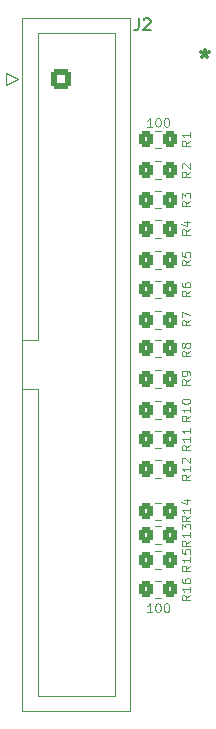
<source format=gbr>
%TF.GenerationSoftware,KiCad,Pcbnew,7.0.7*%
%TF.CreationDate,2023-11-08T00:56:30-05:00*%
%TF.ProjectId,Expansion_Buffer,45787061-6e73-4696-9f6e-5f4275666665,v1*%
%TF.SameCoordinates,Original*%
%TF.FileFunction,Legend,Top*%
%TF.FilePolarity,Positive*%
%FSLAX46Y46*%
G04 Gerber Fmt 4.6, Leading zero omitted, Abs format (unit mm)*
G04 Created by KiCad (PCBNEW 7.0.7) date 2023-11-08 00:56:30*
%MOMM*%
%LPD*%
G01*
G04 APERTURE LIST*
G04 Aperture macros list*
%AMRoundRect*
0 Rectangle with rounded corners*
0 $1 Rounding radius*
0 $2 $3 $4 $5 $6 $7 $8 $9 X,Y pos of 4 corners*
0 Add a 4 corners polygon primitive as box body*
4,1,4,$2,$3,$4,$5,$6,$7,$8,$9,$2,$3,0*
0 Add four circle primitives for the rounded corners*
1,1,$1+$1,$2,$3*
1,1,$1+$1,$4,$5*
1,1,$1+$1,$6,$7*
1,1,$1+$1,$8,$9*
0 Add four rect primitives between the rounded corners*
20,1,$1+$1,$2,$3,$4,$5,0*
20,1,$1+$1,$4,$5,$6,$7,0*
20,1,$1+$1,$6,$7,$8,$9,0*
20,1,$1+$1,$8,$9,$2,$3,0*%
G04 Aperture macros list end*
%ADD10C,0.300000*%
%ADD11C,0.150000*%
%ADD12C,0.100000*%
%ADD13C,0.120000*%
%ADD14RoundRect,0.250000X-0.600000X-0.600000X0.600000X-0.600000X0.600000X0.600000X-0.600000X0.600000X0*%
%ADD15C,1.700000*%
%ADD16RoundRect,0.250000X0.350000X0.450000X-0.350000X0.450000X-0.350000X-0.450000X0.350000X-0.450000X0*%
%ADD17RoundRect,0.250000X-0.350000X-0.450000X0.350000X-0.450000X0.350000X0.450000X-0.350000X0.450000X0*%
%ADD18R,1.700000X1.700000*%
%ADD19O,1.700000X1.700000*%
G04 APERTURE END LIST*
D10*
X108968796Y-70100828D02*
X108968796Y-70457971D01*
X108611653Y-70315114D02*
X108968796Y-70457971D01*
X108968796Y-70457971D02*
X109325939Y-70315114D01*
X108754510Y-70743685D02*
X108968796Y-70457971D01*
X108968796Y-70457971D02*
X109183082Y-70743685D01*
D11*
X103366666Y-67454819D02*
X103366666Y-68169104D01*
X103366666Y-68169104D02*
X103319047Y-68311961D01*
X103319047Y-68311961D02*
X103223809Y-68407200D01*
X103223809Y-68407200D02*
X103080952Y-68454819D01*
X103080952Y-68454819D02*
X102985714Y-68454819D01*
X103795238Y-67550057D02*
X103842857Y-67502438D01*
X103842857Y-67502438D02*
X103938095Y-67454819D01*
X103938095Y-67454819D02*
X104176190Y-67454819D01*
X104176190Y-67454819D02*
X104271428Y-67502438D01*
X104271428Y-67502438D02*
X104319047Y-67550057D01*
X104319047Y-67550057D02*
X104366666Y-67645295D01*
X104366666Y-67645295D02*
X104366666Y-67740533D01*
X104366666Y-67740533D02*
X104319047Y-67883390D01*
X104319047Y-67883390D02*
X103747619Y-68454819D01*
X103747619Y-68454819D02*
X104366666Y-68454819D01*
D12*
X107741764Y-103582143D02*
X107384621Y-103832143D01*
X107741764Y-104010714D02*
X106991764Y-104010714D01*
X106991764Y-104010714D02*
X106991764Y-103725000D01*
X106991764Y-103725000D02*
X107027478Y-103653571D01*
X107027478Y-103653571D02*
X107063192Y-103617857D01*
X107063192Y-103617857D02*
X107134621Y-103582143D01*
X107134621Y-103582143D02*
X107241764Y-103582143D01*
X107241764Y-103582143D02*
X107313192Y-103617857D01*
X107313192Y-103617857D02*
X107348907Y-103653571D01*
X107348907Y-103653571D02*
X107384621Y-103725000D01*
X107384621Y-103725000D02*
X107384621Y-104010714D01*
X107741764Y-102867857D02*
X107741764Y-103296428D01*
X107741764Y-103082143D02*
X106991764Y-103082143D01*
X106991764Y-103082143D02*
X107098907Y-103153571D01*
X107098907Y-103153571D02*
X107170335Y-103225000D01*
X107170335Y-103225000D02*
X107206050Y-103296428D01*
X107741764Y-102153571D02*
X107741764Y-102582142D01*
X107741764Y-102367857D02*
X106991764Y-102367857D01*
X106991764Y-102367857D02*
X107098907Y-102439285D01*
X107098907Y-102439285D02*
X107170335Y-102510714D01*
X107170335Y-102510714D02*
X107206050Y-102582142D01*
X107741764Y-113782143D02*
X107384621Y-114032143D01*
X107741764Y-114210714D02*
X106991764Y-114210714D01*
X106991764Y-114210714D02*
X106991764Y-113925000D01*
X106991764Y-113925000D02*
X107027478Y-113853571D01*
X107027478Y-113853571D02*
X107063192Y-113817857D01*
X107063192Y-113817857D02*
X107134621Y-113782143D01*
X107134621Y-113782143D02*
X107241764Y-113782143D01*
X107241764Y-113782143D02*
X107313192Y-113817857D01*
X107313192Y-113817857D02*
X107348907Y-113853571D01*
X107348907Y-113853571D02*
X107384621Y-113925000D01*
X107384621Y-113925000D02*
X107384621Y-114210714D01*
X107741764Y-113067857D02*
X107741764Y-113496428D01*
X107741764Y-113282143D02*
X106991764Y-113282143D01*
X106991764Y-113282143D02*
X107098907Y-113353571D01*
X107098907Y-113353571D02*
X107170335Y-113425000D01*
X107170335Y-113425000D02*
X107206050Y-113496428D01*
X106991764Y-112389285D02*
X106991764Y-112746428D01*
X106991764Y-112746428D02*
X107348907Y-112782142D01*
X107348907Y-112782142D02*
X107313192Y-112746428D01*
X107313192Y-112746428D02*
X107277478Y-112675000D01*
X107277478Y-112675000D02*
X107277478Y-112496428D01*
X107277478Y-112496428D02*
X107313192Y-112425000D01*
X107313192Y-112425000D02*
X107348907Y-112389285D01*
X107348907Y-112389285D02*
X107420335Y-112353571D01*
X107420335Y-112353571D02*
X107598907Y-112353571D01*
X107598907Y-112353571D02*
X107670335Y-112389285D01*
X107670335Y-112389285D02*
X107706050Y-112425000D01*
X107706050Y-112425000D02*
X107741764Y-112496428D01*
X107741764Y-112496428D02*
X107741764Y-112675000D01*
X107741764Y-112675000D02*
X107706050Y-112746428D01*
X107706050Y-112746428D02*
X107670335Y-112782142D01*
X107741764Y-98025000D02*
X107384621Y-98275000D01*
X107741764Y-98453571D02*
X106991764Y-98453571D01*
X106991764Y-98453571D02*
X106991764Y-98167857D01*
X106991764Y-98167857D02*
X107027478Y-98096428D01*
X107027478Y-98096428D02*
X107063192Y-98060714D01*
X107063192Y-98060714D02*
X107134621Y-98025000D01*
X107134621Y-98025000D02*
X107241764Y-98025000D01*
X107241764Y-98025000D02*
X107313192Y-98060714D01*
X107313192Y-98060714D02*
X107348907Y-98096428D01*
X107348907Y-98096428D02*
X107384621Y-98167857D01*
X107384621Y-98167857D02*
X107384621Y-98453571D01*
X107741764Y-97667857D02*
X107741764Y-97525000D01*
X107741764Y-97525000D02*
X107706050Y-97453571D01*
X107706050Y-97453571D02*
X107670335Y-97417857D01*
X107670335Y-97417857D02*
X107563192Y-97346428D01*
X107563192Y-97346428D02*
X107420335Y-97310714D01*
X107420335Y-97310714D02*
X107134621Y-97310714D01*
X107134621Y-97310714D02*
X107063192Y-97346428D01*
X107063192Y-97346428D02*
X107027478Y-97382143D01*
X107027478Y-97382143D02*
X106991764Y-97453571D01*
X106991764Y-97453571D02*
X106991764Y-97596428D01*
X106991764Y-97596428D02*
X107027478Y-97667857D01*
X107027478Y-97667857D02*
X107063192Y-97703571D01*
X107063192Y-97703571D02*
X107134621Y-97739285D01*
X107134621Y-97739285D02*
X107313192Y-97739285D01*
X107313192Y-97739285D02*
X107384621Y-97703571D01*
X107384621Y-97703571D02*
X107420335Y-97667857D01*
X107420335Y-97667857D02*
X107456050Y-97596428D01*
X107456050Y-97596428D02*
X107456050Y-97453571D01*
X107456050Y-97453571D02*
X107420335Y-97382143D01*
X107420335Y-97382143D02*
X107384621Y-97346428D01*
X107384621Y-97346428D02*
X107313192Y-97310714D01*
X107741764Y-101082143D02*
X107384621Y-101332143D01*
X107741764Y-101510714D02*
X106991764Y-101510714D01*
X106991764Y-101510714D02*
X106991764Y-101225000D01*
X106991764Y-101225000D02*
X107027478Y-101153571D01*
X107027478Y-101153571D02*
X107063192Y-101117857D01*
X107063192Y-101117857D02*
X107134621Y-101082143D01*
X107134621Y-101082143D02*
X107241764Y-101082143D01*
X107241764Y-101082143D02*
X107313192Y-101117857D01*
X107313192Y-101117857D02*
X107348907Y-101153571D01*
X107348907Y-101153571D02*
X107384621Y-101225000D01*
X107384621Y-101225000D02*
X107384621Y-101510714D01*
X107741764Y-100367857D02*
X107741764Y-100796428D01*
X107741764Y-100582143D02*
X106991764Y-100582143D01*
X106991764Y-100582143D02*
X107098907Y-100653571D01*
X107098907Y-100653571D02*
X107170335Y-100725000D01*
X107170335Y-100725000D02*
X107206050Y-100796428D01*
X106991764Y-99903571D02*
X106991764Y-99832142D01*
X106991764Y-99832142D02*
X107027478Y-99760714D01*
X107027478Y-99760714D02*
X107063192Y-99725000D01*
X107063192Y-99725000D02*
X107134621Y-99689285D01*
X107134621Y-99689285D02*
X107277478Y-99653571D01*
X107277478Y-99653571D02*
X107456050Y-99653571D01*
X107456050Y-99653571D02*
X107598907Y-99689285D01*
X107598907Y-99689285D02*
X107670335Y-99725000D01*
X107670335Y-99725000D02*
X107706050Y-99760714D01*
X107706050Y-99760714D02*
X107741764Y-99832142D01*
X107741764Y-99832142D02*
X107741764Y-99903571D01*
X107741764Y-99903571D02*
X107706050Y-99975000D01*
X107706050Y-99975000D02*
X107670335Y-100010714D01*
X107670335Y-100010714D02*
X107598907Y-100046428D01*
X107598907Y-100046428D02*
X107456050Y-100082142D01*
X107456050Y-100082142D02*
X107277478Y-100082142D01*
X107277478Y-100082142D02*
X107134621Y-100046428D01*
X107134621Y-100046428D02*
X107063192Y-100010714D01*
X107063192Y-100010714D02*
X107027478Y-99975000D01*
X107027478Y-99975000D02*
X106991764Y-99903571D01*
X107741764Y-82925000D02*
X107384621Y-83175000D01*
X107741764Y-83353571D02*
X106991764Y-83353571D01*
X106991764Y-83353571D02*
X106991764Y-83067857D01*
X106991764Y-83067857D02*
X107027478Y-82996428D01*
X107027478Y-82996428D02*
X107063192Y-82960714D01*
X107063192Y-82960714D02*
X107134621Y-82925000D01*
X107134621Y-82925000D02*
X107241764Y-82925000D01*
X107241764Y-82925000D02*
X107313192Y-82960714D01*
X107313192Y-82960714D02*
X107348907Y-82996428D01*
X107348907Y-82996428D02*
X107384621Y-83067857D01*
X107384621Y-83067857D02*
X107384621Y-83353571D01*
X106991764Y-82675000D02*
X106991764Y-82210714D01*
X106991764Y-82210714D02*
X107277478Y-82460714D01*
X107277478Y-82460714D02*
X107277478Y-82353571D01*
X107277478Y-82353571D02*
X107313192Y-82282143D01*
X107313192Y-82282143D02*
X107348907Y-82246428D01*
X107348907Y-82246428D02*
X107420335Y-82210714D01*
X107420335Y-82210714D02*
X107598907Y-82210714D01*
X107598907Y-82210714D02*
X107670335Y-82246428D01*
X107670335Y-82246428D02*
X107706050Y-82282143D01*
X107706050Y-82282143D02*
X107741764Y-82353571D01*
X107741764Y-82353571D02*
X107741764Y-82567857D01*
X107741764Y-82567857D02*
X107706050Y-82639285D01*
X107706050Y-82639285D02*
X107670335Y-82675000D01*
X107741764Y-116282143D02*
X107384621Y-116532143D01*
X107741764Y-116710714D02*
X106991764Y-116710714D01*
X106991764Y-116710714D02*
X106991764Y-116425000D01*
X106991764Y-116425000D02*
X107027478Y-116353571D01*
X107027478Y-116353571D02*
X107063192Y-116317857D01*
X107063192Y-116317857D02*
X107134621Y-116282143D01*
X107134621Y-116282143D02*
X107241764Y-116282143D01*
X107241764Y-116282143D02*
X107313192Y-116317857D01*
X107313192Y-116317857D02*
X107348907Y-116353571D01*
X107348907Y-116353571D02*
X107384621Y-116425000D01*
X107384621Y-116425000D02*
X107384621Y-116710714D01*
X107741764Y-115567857D02*
X107741764Y-115996428D01*
X107741764Y-115782143D02*
X106991764Y-115782143D01*
X106991764Y-115782143D02*
X107098907Y-115853571D01*
X107098907Y-115853571D02*
X107170335Y-115925000D01*
X107170335Y-115925000D02*
X107206050Y-115996428D01*
X106991764Y-114925000D02*
X106991764Y-115067857D01*
X106991764Y-115067857D02*
X107027478Y-115139285D01*
X107027478Y-115139285D02*
X107063192Y-115175000D01*
X107063192Y-115175000D02*
X107170335Y-115246428D01*
X107170335Y-115246428D02*
X107313192Y-115282142D01*
X107313192Y-115282142D02*
X107598907Y-115282142D01*
X107598907Y-115282142D02*
X107670335Y-115246428D01*
X107670335Y-115246428D02*
X107706050Y-115210714D01*
X107706050Y-115210714D02*
X107741764Y-115139285D01*
X107741764Y-115139285D02*
X107741764Y-114996428D01*
X107741764Y-114996428D02*
X107706050Y-114925000D01*
X107706050Y-114925000D02*
X107670335Y-114889285D01*
X107670335Y-114889285D02*
X107598907Y-114853571D01*
X107598907Y-114853571D02*
X107420335Y-114853571D01*
X107420335Y-114853571D02*
X107348907Y-114889285D01*
X107348907Y-114889285D02*
X107313192Y-114925000D01*
X107313192Y-114925000D02*
X107277478Y-114996428D01*
X107277478Y-114996428D02*
X107277478Y-115139285D01*
X107277478Y-115139285D02*
X107313192Y-115210714D01*
X107313192Y-115210714D02*
X107348907Y-115246428D01*
X107348907Y-115246428D02*
X107420335Y-115282142D01*
X104499999Y-117741764D02*
X104071428Y-117741764D01*
X104285713Y-117741764D02*
X104285713Y-116991764D01*
X104285713Y-116991764D02*
X104214285Y-117098907D01*
X104214285Y-117098907D02*
X104142856Y-117170335D01*
X104142856Y-117170335D02*
X104071428Y-117206050D01*
X104964285Y-116991764D02*
X105035714Y-116991764D01*
X105035714Y-116991764D02*
X105107142Y-117027478D01*
X105107142Y-117027478D02*
X105142857Y-117063192D01*
X105142857Y-117063192D02*
X105178571Y-117134621D01*
X105178571Y-117134621D02*
X105214285Y-117277478D01*
X105214285Y-117277478D02*
X105214285Y-117456050D01*
X105214285Y-117456050D02*
X105178571Y-117598907D01*
X105178571Y-117598907D02*
X105142857Y-117670335D01*
X105142857Y-117670335D02*
X105107142Y-117706050D01*
X105107142Y-117706050D02*
X105035714Y-117741764D01*
X105035714Y-117741764D02*
X104964285Y-117741764D01*
X104964285Y-117741764D02*
X104892857Y-117706050D01*
X104892857Y-117706050D02*
X104857142Y-117670335D01*
X104857142Y-117670335D02*
X104821428Y-117598907D01*
X104821428Y-117598907D02*
X104785714Y-117456050D01*
X104785714Y-117456050D02*
X104785714Y-117277478D01*
X104785714Y-117277478D02*
X104821428Y-117134621D01*
X104821428Y-117134621D02*
X104857142Y-117063192D01*
X104857142Y-117063192D02*
X104892857Y-117027478D01*
X104892857Y-117027478D02*
X104964285Y-116991764D01*
X105678571Y-116991764D02*
X105750000Y-116991764D01*
X105750000Y-116991764D02*
X105821428Y-117027478D01*
X105821428Y-117027478D02*
X105857143Y-117063192D01*
X105857143Y-117063192D02*
X105892857Y-117134621D01*
X105892857Y-117134621D02*
X105928571Y-117277478D01*
X105928571Y-117277478D02*
X105928571Y-117456050D01*
X105928571Y-117456050D02*
X105892857Y-117598907D01*
X105892857Y-117598907D02*
X105857143Y-117670335D01*
X105857143Y-117670335D02*
X105821428Y-117706050D01*
X105821428Y-117706050D02*
X105750000Y-117741764D01*
X105750000Y-117741764D02*
X105678571Y-117741764D01*
X105678571Y-117741764D02*
X105607143Y-117706050D01*
X105607143Y-117706050D02*
X105571428Y-117670335D01*
X105571428Y-117670335D02*
X105535714Y-117598907D01*
X105535714Y-117598907D02*
X105500000Y-117456050D01*
X105500000Y-117456050D02*
X105500000Y-117277478D01*
X105500000Y-117277478D02*
X105535714Y-117134621D01*
X105535714Y-117134621D02*
X105571428Y-117063192D01*
X105571428Y-117063192D02*
X105607143Y-117027478D01*
X105607143Y-117027478D02*
X105678571Y-116991764D01*
X107741764Y-85325000D02*
X107384621Y-85575000D01*
X107741764Y-85753571D02*
X106991764Y-85753571D01*
X106991764Y-85753571D02*
X106991764Y-85467857D01*
X106991764Y-85467857D02*
X107027478Y-85396428D01*
X107027478Y-85396428D02*
X107063192Y-85360714D01*
X107063192Y-85360714D02*
X107134621Y-85325000D01*
X107134621Y-85325000D02*
X107241764Y-85325000D01*
X107241764Y-85325000D02*
X107313192Y-85360714D01*
X107313192Y-85360714D02*
X107348907Y-85396428D01*
X107348907Y-85396428D02*
X107384621Y-85467857D01*
X107384621Y-85467857D02*
X107384621Y-85753571D01*
X107241764Y-84682143D02*
X107741764Y-84682143D01*
X106956050Y-84860714D02*
X107491764Y-85039285D01*
X107491764Y-85039285D02*
X107491764Y-84575000D01*
X107741764Y-90525000D02*
X107384621Y-90775000D01*
X107741764Y-90953571D02*
X106991764Y-90953571D01*
X106991764Y-90953571D02*
X106991764Y-90667857D01*
X106991764Y-90667857D02*
X107027478Y-90596428D01*
X107027478Y-90596428D02*
X107063192Y-90560714D01*
X107063192Y-90560714D02*
X107134621Y-90525000D01*
X107134621Y-90525000D02*
X107241764Y-90525000D01*
X107241764Y-90525000D02*
X107313192Y-90560714D01*
X107313192Y-90560714D02*
X107348907Y-90596428D01*
X107348907Y-90596428D02*
X107384621Y-90667857D01*
X107384621Y-90667857D02*
X107384621Y-90953571D01*
X106991764Y-89882143D02*
X106991764Y-90025000D01*
X106991764Y-90025000D02*
X107027478Y-90096428D01*
X107027478Y-90096428D02*
X107063192Y-90132143D01*
X107063192Y-90132143D02*
X107170335Y-90203571D01*
X107170335Y-90203571D02*
X107313192Y-90239285D01*
X107313192Y-90239285D02*
X107598907Y-90239285D01*
X107598907Y-90239285D02*
X107670335Y-90203571D01*
X107670335Y-90203571D02*
X107706050Y-90167857D01*
X107706050Y-90167857D02*
X107741764Y-90096428D01*
X107741764Y-90096428D02*
X107741764Y-89953571D01*
X107741764Y-89953571D02*
X107706050Y-89882143D01*
X107706050Y-89882143D02*
X107670335Y-89846428D01*
X107670335Y-89846428D02*
X107598907Y-89810714D01*
X107598907Y-89810714D02*
X107420335Y-89810714D01*
X107420335Y-89810714D02*
X107348907Y-89846428D01*
X107348907Y-89846428D02*
X107313192Y-89882143D01*
X107313192Y-89882143D02*
X107277478Y-89953571D01*
X107277478Y-89953571D02*
X107277478Y-90096428D01*
X107277478Y-90096428D02*
X107313192Y-90167857D01*
X107313192Y-90167857D02*
X107348907Y-90203571D01*
X107348907Y-90203571D02*
X107420335Y-90239285D01*
X107741764Y-95625000D02*
X107384621Y-95875000D01*
X107741764Y-96053571D02*
X106991764Y-96053571D01*
X106991764Y-96053571D02*
X106991764Y-95767857D01*
X106991764Y-95767857D02*
X107027478Y-95696428D01*
X107027478Y-95696428D02*
X107063192Y-95660714D01*
X107063192Y-95660714D02*
X107134621Y-95625000D01*
X107134621Y-95625000D02*
X107241764Y-95625000D01*
X107241764Y-95625000D02*
X107313192Y-95660714D01*
X107313192Y-95660714D02*
X107348907Y-95696428D01*
X107348907Y-95696428D02*
X107384621Y-95767857D01*
X107384621Y-95767857D02*
X107384621Y-96053571D01*
X107313192Y-95196428D02*
X107277478Y-95267857D01*
X107277478Y-95267857D02*
X107241764Y-95303571D01*
X107241764Y-95303571D02*
X107170335Y-95339285D01*
X107170335Y-95339285D02*
X107134621Y-95339285D01*
X107134621Y-95339285D02*
X107063192Y-95303571D01*
X107063192Y-95303571D02*
X107027478Y-95267857D01*
X107027478Y-95267857D02*
X106991764Y-95196428D01*
X106991764Y-95196428D02*
X106991764Y-95053571D01*
X106991764Y-95053571D02*
X107027478Y-94982143D01*
X107027478Y-94982143D02*
X107063192Y-94946428D01*
X107063192Y-94946428D02*
X107134621Y-94910714D01*
X107134621Y-94910714D02*
X107170335Y-94910714D01*
X107170335Y-94910714D02*
X107241764Y-94946428D01*
X107241764Y-94946428D02*
X107277478Y-94982143D01*
X107277478Y-94982143D02*
X107313192Y-95053571D01*
X107313192Y-95053571D02*
X107313192Y-95196428D01*
X107313192Y-95196428D02*
X107348907Y-95267857D01*
X107348907Y-95267857D02*
X107384621Y-95303571D01*
X107384621Y-95303571D02*
X107456050Y-95339285D01*
X107456050Y-95339285D02*
X107598907Y-95339285D01*
X107598907Y-95339285D02*
X107670335Y-95303571D01*
X107670335Y-95303571D02*
X107706050Y-95267857D01*
X107706050Y-95267857D02*
X107741764Y-95196428D01*
X107741764Y-95196428D02*
X107741764Y-95053571D01*
X107741764Y-95053571D02*
X107706050Y-94982143D01*
X107706050Y-94982143D02*
X107670335Y-94946428D01*
X107670335Y-94946428D02*
X107598907Y-94910714D01*
X107598907Y-94910714D02*
X107456050Y-94910714D01*
X107456050Y-94910714D02*
X107384621Y-94946428D01*
X107384621Y-94946428D02*
X107348907Y-94982143D01*
X107348907Y-94982143D02*
X107313192Y-95053571D01*
X107741764Y-93025000D02*
X107384621Y-93275000D01*
X107741764Y-93453571D02*
X106991764Y-93453571D01*
X106991764Y-93453571D02*
X106991764Y-93167857D01*
X106991764Y-93167857D02*
X107027478Y-93096428D01*
X107027478Y-93096428D02*
X107063192Y-93060714D01*
X107063192Y-93060714D02*
X107134621Y-93025000D01*
X107134621Y-93025000D02*
X107241764Y-93025000D01*
X107241764Y-93025000D02*
X107313192Y-93060714D01*
X107313192Y-93060714D02*
X107348907Y-93096428D01*
X107348907Y-93096428D02*
X107384621Y-93167857D01*
X107384621Y-93167857D02*
X107384621Y-93453571D01*
X106991764Y-92775000D02*
X106991764Y-92275000D01*
X106991764Y-92275000D02*
X107741764Y-92596428D01*
X107741764Y-80425000D02*
X107384621Y-80675000D01*
X107741764Y-80853571D02*
X106991764Y-80853571D01*
X106991764Y-80853571D02*
X106991764Y-80567857D01*
X106991764Y-80567857D02*
X107027478Y-80496428D01*
X107027478Y-80496428D02*
X107063192Y-80460714D01*
X107063192Y-80460714D02*
X107134621Y-80425000D01*
X107134621Y-80425000D02*
X107241764Y-80425000D01*
X107241764Y-80425000D02*
X107313192Y-80460714D01*
X107313192Y-80460714D02*
X107348907Y-80496428D01*
X107348907Y-80496428D02*
X107384621Y-80567857D01*
X107384621Y-80567857D02*
X107384621Y-80853571D01*
X107063192Y-80139285D02*
X107027478Y-80103571D01*
X107027478Y-80103571D02*
X106991764Y-80032143D01*
X106991764Y-80032143D02*
X106991764Y-79853571D01*
X106991764Y-79853571D02*
X107027478Y-79782143D01*
X107027478Y-79782143D02*
X107063192Y-79746428D01*
X107063192Y-79746428D02*
X107134621Y-79710714D01*
X107134621Y-79710714D02*
X107206050Y-79710714D01*
X107206050Y-79710714D02*
X107313192Y-79746428D01*
X107313192Y-79746428D02*
X107741764Y-80175000D01*
X107741764Y-80175000D02*
X107741764Y-79710714D01*
X107741764Y-109582143D02*
X107384621Y-109832143D01*
X107741764Y-110010714D02*
X106991764Y-110010714D01*
X106991764Y-110010714D02*
X106991764Y-109725000D01*
X106991764Y-109725000D02*
X107027478Y-109653571D01*
X107027478Y-109653571D02*
X107063192Y-109617857D01*
X107063192Y-109617857D02*
X107134621Y-109582143D01*
X107134621Y-109582143D02*
X107241764Y-109582143D01*
X107241764Y-109582143D02*
X107313192Y-109617857D01*
X107313192Y-109617857D02*
X107348907Y-109653571D01*
X107348907Y-109653571D02*
X107384621Y-109725000D01*
X107384621Y-109725000D02*
X107384621Y-110010714D01*
X107741764Y-108867857D02*
X107741764Y-109296428D01*
X107741764Y-109082143D02*
X106991764Y-109082143D01*
X106991764Y-109082143D02*
X107098907Y-109153571D01*
X107098907Y-109153571D02*
X107170335Y-109225000D01*
X107170335Y-109225000D02*
X107206050Y-109296428D01*
X107241764Y-108225000D02*
X107741764Y-108225000D01*
X106956050Y-108403571D02*
X107491764Y-108582142D01*
X107491764Y-108582142D02*
X107491764Y-108117857D01*
X107741764Y-77825000D02*
X107384621Y-78075000D01*
X107741764Y-78253571D02*
X106991764Y-78253571D01*
X106991764Y-78253571D02*
X106991764Y-77967857D01*
X106991764Y-77967857D02*
X107027478Y-77896428D01*
X107027478Y-77896428D02*
X107063192Y-77860714D01*
X107063192Y-77860714D02*
X107134621Y-77825000D01*
X107134621Y-77825000D02*
X107241764Y-77825000D01*
X107241764Y-77825000D02*
X107313192Y-77860714D01*
X107313192Y-77860714D02*
X107348907Y-77896428D01*
X107348907Y-77896428D02*
X107384621Y-77967857D01*
X107384621Y-77967857D02*
X107384621Y-78253571D01*
X107741764Y-77110714D02*
X107741764Y-77539285D01*
X107741764Y-77325000D02*
X106991764Y-77325000D01*
X106991764Y-77325000D02*
X107098907Y-77396428D01*
X107098907Y-77396428D02*
X107170335Y-77467857D01*
X107170335Y-77467857D02*
X107206050Y-77539285D01*
X104499999Y-76641764D02*
X104071428Y-76641764D01*
X104285713Y-76641764D02*
X104285713Y-75891764D01*
X104285713Y-75891764D02*
X104214285Y-75998907D01*
X104214285Y-75998907D02*
X104142856Y-76070335D01*
X104142856Y-76070335D02*
X104071428Y-76106050D01*
X104964285Y-75891764D02*
X105035714Y-75891764D01*
X105035714Y-75891764D02*
X105107142Y-75927478D01*
X105107142Y-75927478D02*
X105142857Y-75963192D01*
X105142857Y-75963192D02*
X105178571Y-76034621D01*
X105178571Y-76034621D02*
X105214285Y-76177478D01*
X105214285Y-76177478D02*
X105214285Y-76356050D01*
X105214285Y-76356050D02*
X105178571Y-76498907D01*
X105178571Y-76498907D02*
X105142857Y-76570335D01*
X105142857Y-76570335D02*
X105107142Y-76606050D01*
X105107142Y-76606050D02*
X105035714Y-76641764D01*
X105035714Y-76641764D02*
X104964285Y-76641764D01*
X104964285Y-76641764D02*
X104892857Y-76606050D01*
X104892857Y-76606050D02*
X104857142Y-76570335D01*
X104857142Y-76570335D02*
X104821428Y-76498907D01*
X104821428Y-76498907D02*
X104785714Y-76356050D01*
X104785714Y-76356050D02*
X104785714Y-76177478D01*
X104785714Y-76177478D02*
X104821428Y-76034621D01*
X104821428Y-76034621D02*
X104857142Y-75963192D01*
X104857142Y-75963192D02*
X104892857Y-75927478D01*
X104892857Y-75927478D02*
X104964285Y-75891764D01*
X105678571Y-75891764D02*
X105750000Y-75891764D01*
X105750000Y-75891764D02*
X105821428Y-75927478D01*
X105821428Y-75927478D02*
X105857143Y-75963192D01*
X105857143Y-75963192D02*
X105892857Y-76034621D01*
X105892857Y-76034621D02*
X105928571Y-76177478D01*
X105928571Y-76177478D02*
X105928571Y-76356050D01*
X105928571Y-76356050D02*
X105892857Y-76498907D01*
X105892857Y-76498907D02*
X105857143Y-76570335D01*
X105857143Y-76570335D02*
X105821428Y-76606050D01*
X105821428Y-76606050D02*
X105750000Y-76641764D01*
X105750000Y-76641764D02*
X105678571Y-76641764D01*
X105678571Y-76641764D02*
X105607143Y-76606050D01*
X105607143Y-76606050D02*
X105571428Y-76570335D01*
X105571428Y-76570335D02*
X105535714Y-76498907D01*
X105535714Y-76498907D02*
X105500000Y-76356050D01*
X105500000Y-76356050D02*
X105500000Y-76177478D01*
X105500000Y-76177478D02*
X105535714Y-76034621D01*
X105535714Y-76034621D02*
X105571428Y-75963192D01*
X105571428Y-75963192D02*
X105607143Y-75927478D01*
X105607143Y-75927478D02*
X105678571Y-75891764D01*
X107741764Y-111682143D02*
X107384621Y-111932143D01*
X107741764Y-112110714D02*
X106991764Y-112110714D01*
X106991764Y-112110714D02*
X106991764Y-111825000D01*
X106991764Y-111825000D02*
X107027478Y-111753571D01*
X107027478Y-111753571D02*
X107063192Y-111717857D01*
X107063192Y-111717857D02*
X107134621Y-111682143D01*
X107134621Y-111682143D02*
X107241764Y-111682143D01*
X107241764Y-111682143D02*
X107313192Y-111717857D01*
X107313192Y-111717857D02*
X107348907Y-111753571D01*
X107348907Y-111753571D02*
X107384621Y-111825000D01*
X107384621Y-111825000D02*
X107384621Y-112110714D01*
X107741764Y-110967857D02*
X107741764Y-111396428D01*
X107741764Y-111182143D02*
X106991764Y-111182143D01*
X106991764Y-111182143D02*
X107098907Y-111253571D01*
X107098907Y-111253571D02*
X107170335Y-111325000D01*
X107170335Y-111325000D02*
X107206050Y-111396428D01*
X106991764Y-110717857D02*
X106991764Y-110253571D01*
X106991764Y-110253571D02*
X107277478Y-110503571D01*
X107277478Y-110503571D02*
X107277478Y-110396428D01*
X107277478Y-110396428D02*
X107313192Y-110325000D01*
X107313192Y-110325000D02*
X107348907Y-110289285D01*
X107348907Y-110289285D02*
X107420335Y-110253571D01*
X107420335Y-110253571D02*
X107598907Y-110253571D01*
X107598907Y-110253571D02*
X107670335Y-110289285D01*
X107670335Y-110289285D02*
X107706050Y-110325000D01*
X107706050Y-110325000D02*
X107741764Y-110396428D01*
X107741764Y-110396428D02*
X107741764Y-110610714D01*
X107741764Y-110610714D02*
X107706050Y-110682142D01*
X107706050Y-110682142D02*
X107670335Y-110717857D01*
X107741764Y-106082143D02*
X107384621Y-106332143D01*
X107741764Y-106510714D02*
X106991764Y-106510714D01*
X106991764Y-106510714D02*
X106991764Y-106225000D01*
X106991764Y-106225000D02*
X107027478Y-106153571D01*
X107027478Y-106153571D02*
X107063192Y-106117857D01*
X107063192Y-106117857D02*
X107134621Y-106082143D01*
X107134621Y-106082143D02*
X107241764Y-106082143D01*
X107241764Y-106082143D02*
X107313192Y-106117857D01*
X107313192Y-106117857D02*
X107348907Y-106153571D01*
X107348907Y-106153571D02*
X107384621Y-106225000D01*
X107384621Y-106225000D02*
X107384621Y-106510714D01*
X107741764Y-105367857D02*
X107741764Y-105796428D01*
X107741764Y-105582143D02*
X106991764Y-105582143D01*
X106991764Y-105582143D02*
X107098907Y-105653571D01*
X107098907Y-105653571D02*
X107170335Y-105725000D01*
X107170335Y-105725000D02*
X107206050Y-105796428D01*
X107063192Y-105082142D02*
X107027478Y-105046428D01*
X107027478Y-105046428D02*
X106991764Y-104975000D01*
X106991764Y-104975000D02*
X106991764Y-104796428D01*
X106991764Y-104796428D02*
X107027478Y-104725000D01*
X107027478Y-104725000D02*
X107063192Y-104689285D01*
X107063192Y-104689285D02*
X107134621Y-104653571D01*
X107134621Y-104653571D02*
X107206050Y-104653571D01*
X107206050Y-104653571D02*
X107313192Y-104689285D01*
X107313192Y-104689285D02*
X107741764Y-105117857D01*
X107741764Y-105117857D02*
X107741764Y-104653571D01*
X107741764Y-87925000D02*
X107384621Y-88175000D01*
X107741764Y-88353571D02*
X106991764Y-88353571D01*
X106991764Y-88353571D02*
X106991764Y-88067857D01*
X106991764Y-88067857D02*
X107027478Y-87996428D01*
X107027478Y-87996428D02*
X107063192Y-87960714D01*
X107063192Y-87960714D02*
X107134621Y-87925000D01*
X107134621Y-87925000D02*
X107241764Y-87925000D01*
X107241764Y-87925000D02*
X107313192Y-87960714D01*
X107313192Y-87960714D02*
X107348907Y-87996428D01*
X107348907Y-87996428D02*
X107384621Y-88067857D01*
X107384621Y-88067857D02*
X107384621Y-88353571D01*
X106991764Y-87246428D02*
X106991764Y-87603571D01*
X106991764Y-87603571D02*
X107348907Y-87639285D01*
X107348907Y-87639285D02*
X107313192Y-87603571D01*
X107313192Y-87603571D02*
X107277478Y-87532143D01*
X107277478Y-87532143D02*
X107277478Y-87353571D01*
X107277478Y-87353571D02*
X107313192Y-87282143D01*
X107313192Y-87282143D02*
X107348907Y-87246428D01*
X107348907Y-87246428D02*
X107420335Y-87210714D01*
X107420335Y-87210714D02*
X107598907Y-87210714D01*
X107598907Y-87210714D02*
X107670335Y-87246428D01*
X107670335Y-87246428D02*
X107706050Y-87282143D01*
X107706050Y-87282143D02*
X107741764Y-87353571D01*
X107741764Y-87353571D02*
X107741764Y-87532143D01*
X107741764Y-87532143D02*
X107706050Y-87603571D01*
X107706050Y-87603571D02*
X107670335Y-87639285D01*
D13*
%TO.C,J2*%
X92120000Y-72120000D02*
X92120000Y-73120000D01*
X92120000Y-73120000D02*
X93120000Y-72620000D01*
X93120000Y-72620000D02*
X92120000Y-72120000D01*
X93510000Y-67410000D02*
X102630000Y-67410000D01*
X93510000Y-94700000D02*
X94820000Y-94700000D01*
X93510000Y-126090000D02*
X93510000Y-67410000D01*
X94820000Y-68710000D02*
X101320000Y-68710000D01*
X94820000Y-94700000D02*
X94820000Y-68710000D01*
X94820000Y-98800000D02*
X93510000Y-98800000D01*
X94820000Y-98800000D02*
X94820000Y-98800000D01*
X94820000Y-124790000D02*
X94820000Y-98800000D01*
X101320000Y-68710000D02*
X101320000Y-124790000D01*
X101320000Y-124790000D02*
X94820000Y-124790000D01*
X102630000Y-67410000D02*
X102630000Y-126090000D01*
X102630000Y-126090000D02*
X93510000Y-126090000D01*
%TO.C,R11*%
X105227064Y-103835000D02*
X104772936Y-103835000D01*
X105227064Y-102365000D02*
X104772936Y-102365000D01*
%TO.C,R15*%
X105227064Y-114035000D02*
X104772936Y-114035000D01*
X105227064Y-112565000D02*
X104772936Y-112565000D01*
%TO.C,R9*%
X105227064Y-98735000D02*
X104772936Y-98735000D01*
X105227064Y-97265000D02*
X104772936Y-97265000D01*
%TO.C,R10*%
X105227064Y-101335000D02*
X104772936Y-101335000D01*
X105227064Y-99865000D02*
X104772936Y-99865000D01*
%TO.C,R3*%
X105227064Y-83535000D02*
X104772936Y-83535000D01*
X105227064Y-82065000D02*
X104772936Y-82065000D01*
%TO.C,R16*%
X105227064Y-116535000D02*
X104772936Y-116535000D01*
X105227064Y-115065000D02*
X104772936Y-115065000D01*
%TO.C,R4*%
X105227064Y-86035000D02*
X104772936Y-86035000D01*
X105227064Y-84565000D02*
X104772936Y-84565000D01*
%TO.C,R6*%
X105227064Y-91135000D02*
X104772936Y-91135000D01*
X105227064Y-89665000D02*
X104772936Y-89665000D01*
%TO.C,R8*%
X105227064Y-96135000D02*
X104772936Y-96135000D01*
X105227064Y-94665000D02*
X104772936Y-94665000D01*
%TO.C,R7*%
X105227064Y-93735000D02*
X104772936Y-93735000D01*
X105227064Y-92265000D02*
X104772936Y-92265000D01*
%TO.C,R2*%
X105227064Y-81035000D02*
X104772936Y-81035000D01*
X105227064Y-79565000D02*
X104772936Y-79565000D01*
%TO.C,R14*%
X105227064Y-109935000D02*
X104772936Y-109935000D01*
X105227064Y-108465000D02*
X104772936Y-108465000D01*
%TO.C,R1*%
X105227064Y-78435000D02*
X104772936Y-78435000D01*
X105227064Y-76965000D02*
X104772936Y-76965000D01*
%TO.C,R13*%
X104772936Y-110465000D02*
X105227064Y-110465000D01*
X104772936Y-111935000D02*
X105227064Y-111935000D01*
%TO.C,R12*%
X105227064Y-106335000D02*
X104772936Y-106335000D01*
X105227064Y-104865000D02*
X104772936Y-104865000D01*
%TO.C,R5*%
X105227064Y-88635000D02*
X104772936Y-88635000D01*
X105227064Y-87165000D02*
X104772936Y-87165000D01*
%TD*%
%LPC*%
D14*
%TO.C,J2*%
X96800000Y-72620000D03*
D15*
X99340000Y-72620000D03*
X96800000Y-75160000D03*
X99340000Y-75160000D03*
X96800000Y-77700000D03*
X99340000Y-77700000D03*
X96800000Y-80240000D03*
X99340000Y-80240000D03*
X96800000Y-82780000D03*
X99340000Y-82780000D03*
X96800000Y-85320000D03*
X99340000Y-85320000D03*
X96800000Y-87860000D03*
X99340000Y-87860000D03*
X96800000Y-90400000D03*
X99340000Y-90400000D03*
X96800000Y-92940000D03*
X99340000Y-92940000D03*
X96800000Y-95480000D03*
X99340000Y-95480000D03*
X96800000Y-98020000D03*
X99340000Y-98020000D03*
X96800000Y-100560000D03*
X99340000Y-100560000D03*
X96800000Y-103100000D03*
X99340000Y-103100000D03*
X96800000Y-105640000D03*
X99340000Y-105640000D03*
X96800000Y-108180000D03*
X99340000Y-108180000D03*
X96800000Y-110720000D03*
X99340000Y-110720000D03*
X96800000Y-113260000D03*
X99340000Y-113260000D03*
X96800000Y-115800000D03*
X99340000Y-115800000D03*
X96800000Y-118340000D03*
X99340000Y-118340000D03*
X96800000Y-120880000D03*
X99340000Y-120880000D03*
%TD*%
D16*
%TO.C,R11*%
X106000000Y-103100000D03*
X104000000Y-103100000D03*
%TD*%
%TO.C,R15*%
X106000000Y-113300000D03*
X104000000Y-113300000D03*
%TD*%
%TO.C,R9*%
X106000000Y-98000000D03*
X104000000Y-98000000D03*
%TD*%
%TO.C,R10*%
X106000000Y-100600000D03*
X104000000Y-100600000D03*
%TD*%
%TO.C,R3*%
X106000000Y-82800000D03*
X104000000Y-82800000D03*
%TD*%
%TO.C,R16*%
X106000000Y-115800000D03*
X104000000Y-115800000D03*
%TD*%
%TO.C,R4*%
X106000000Y-85300000D03*
X104000000Y-85300000D03*
%TD*%
%TO.C,R6*%
X106000000Y-90400000D03*
X104000000Y-90400000D03*
%TD*%
%TO.C,R8*%
X106000000Y-95400000D03*
X104000000Y-95400000D03*
%TD*%
%TO.C,R7*%
X106000000Y-93000000D03*
X104000000Y-93000000D03*
%TD*%
%TO.C,R2*%
X106000000Y-80300000D03*
X104000000Y-80300000D03*
%TD*%
%TO.C,R14*%
X106000000Y-109200000D03*
X104000000Y-109200000D03*
%TD*%
%TO.C,R1*%
X106000000Y-77700000D03*
X104000000Y-77700000D03*
%TD*%
D17*
%TO.C,R13*%
X104000000Y-111200000D03*
X106000000Y-111200000D03*
%TD*%
D16*
%TO.C,R12*%
X106000000Y-105600000D03*
X104000000Y-105600000D03*
%TD*%
%TO.C,R5*%
X106000000Y-87900000D03*
X104000000Y-87900000D03*
%TD*%
D18*
%TO.C,J1*%
X108800000Y-72620000D03*
D19*
X111340000Y-72620000D03*
X108800000Y-75160000D03*
X111340000Y-75160000D03*
X108800000Y-77700000D03*
X111340000Y-77700000D03*
X108800000Y-80240000D03*
X111340000Y-80240000D03*
X108800000Y-82780000D03*
X111340000Y-82780000D03*
X108800000Y-85320000D03*
X111340000Y-85320000D03*
X108800000Y-87860000D03*
X111340000Y-87860000D03*
X108800000Y-90400000D03*
X111340000Y-90400000D03*
X108800000Y-92940000D03*
X111340000Y-92940000D03*
X108800000Y-95480000D03*
X111340000Y-95480000D03*
X108800000Y-98020000D03*
X111340000Y-98020000D03*
X108800000Y-100560000D03*
X111340000Y-100560000D03*
X108800000Y-103100000D03*
X111340000Y-103100000D03*
X108800000Y-105640000D03*
X111340000Y-105640000D03*
X108800000Y-108180000D03*
X111340000Y-108180000D03*
X108800000Y-110720000D03*
X111340000Y-110720000D03*
X108800000Y-113260000D03*
X111340000Y-113260000D03*
X108800000Y-115800000D03*
X111340000Y-115800000D03*
X108800000Y-118340000D03*
X111340000Y-118340000D03*
X108800000Y-120880000D03*
X111340000Y-120880000D03*
%TD*%
%LPD*%
M02*

</source>
